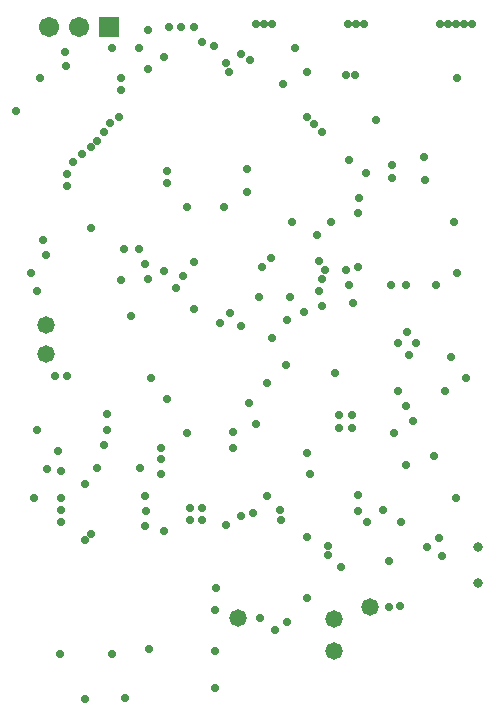
<source format=gbs>
G04*
G04 #@! TF.GenerationSoftware,Altium Limited,Altium Designer,18.1.9 (240)*
G04*
G04 Layer_Color=16711935*
%FSLAX25Y25*%
%MOIN*%
G70*
G01*
G75*
%ADD94C,0.03162*%
%ADD95R,0.06706X0.06706*%
%ADD96C,0.06706*%
%ADD97C,0.05800*%
%ADD98C,0.02769*%
D94*
X159000Y66500D02*
D03*
Y54689D02*
D03*
D95*
X36000Y240000D02*
D03*
D96*
X26000D02*
D03*
X16000D02*
D03*
D97*
X79000Y43000D02*
D03*
X123000Y46500D02*
D03*
X15000Y140500D02*
D03*
Y131000D02*
D03*
X111000Y42500D02*
D03*
Y32000D02*
D03*
D98*
X87688Y241000D02*
D03*
X155000Y123000D02*
D03*
X64331Y239750D02*
D03*
X152000Y223000D02*
D03*
X90357Y241000D02*
D03*
X85020D02*
D03*
X115731D02*
D03*
X118399D02*
D03*
X121068D02*
D03*
X157101D02*
D03*
X154432D02*
D03*
X146427D02*
D03*
X149095D02*
D03*
X151764D02*
D03*
X129500Y62000D02*
D03*
X133063Y47000D02*
D03*
X147031Y63547D02*
D03*
X146000Y69469D02*
D03*
X122000Y75000D02*
D03*
X43500Y143500D02*
D03*
X49000Y156000D02*
D03*
X40000Y155500D02*
D03*
X94000Y221000D02*
D03*
X98000Y233000D02*
D03*
X84000Y78000D02*
D03*
X50000Y123000D02*
D03*
X49000Y239000D02*
D03*
Y226000D02*
D03*
X22000Y187000D02*
D03*
X148000Y118500D02*
D03*
X67000Y235000D02*
D03*
X60532Y156968D02*
D03*
X58500Y153000D02*
D03*
X13000Y223000D02*
D03*
X54500Y230000D02*
D03*
X53500Y91000D02*
D03*
X18000Y123500D02*
D03*
X28000Y87500D02*
D03*
X79937Y140063D02*
D03*
X76500Y144500D02*
D03*
X82000Y185000D02*
D03*
X117166Y110666D02*
D03*
Y106335D02*
D03*
X119000Y78500D02*
D03*
X63032Y75531D02*
D03*
X19000Y98500D02*
D03*
X21969Y123468D02*
D03*
X88685Y83685D02*
D03*
X132468Y134531D02*
D03*
X107000Y205000D02*
D03*
X104500Y207500D02*
D03*
X102000Y210000D02*
D03*
X35500Y111000D02*
D03*
X46500Y93000D02*
D03*
X35484Y105516D02*
D03*
X34500Y100500D02*
D03*
X88685Y121185D02*
D03*
X49500Y32500D02*
D03*
X86500Y43000D02*
D03*
X91500Y39000D02*
D03*
X64500Y161500D02*
D03*
X37000Y31000D02*
D03*
X19654Y30846D02*
D03*
X141000Y196500D02*
D03*
X141500Y189000D02*
D03*
X102000Y49500D02*
D03*
X113500Y60000D02*
D03*
X144500Y97000D02*
D03*
X127500Y79000D02*
D03*
X129500Y46500D02*
D03*
X74500Y180000D02*
D03*
X62000D02*
D03*
X30000Y173000D02*
D03*
X82000Y192500D02*
D03*
X119000Y178000D02*
D03*
X48000Y83500D02*
D03*
Y73500D02*
D03*
X54500Y72000D02*
D03*
X93500Y75500D02*
D03*
X142000Y66500D02*
D03*
X133429Y74965D02*
D03*
X151740Y82740D02*
D03*
X119000Y84000D02*
D03*
X77500Y105000D02*
D03*
X20000Y75000D02*
D03*
Y79000D02*
D03*
X48500Y78484D02*
D03*
X90437Y136063D02*
D03*
X132437Y118563D02*
D03*
X134937Y113563D02*
D03*
X137437Y108563D02*
D03*
X71500Y19500D02*
D03*
Y45500D02*
D03*
Y32000D02*
D03*
X130500Y189500D02*
D03*
Y194000D02*
D03*
X119500Y183000D02*
D03*
X121731Y191315D02*
D03*
X119000Y160000D02*
D03*
X55500Y116000D02*
D03*
X64331Y146000D02*
D03*
X95273Y142273D02*
D03*
X86000Y150000D02*
D03*
X96500D02*
D03*
X54500Y158500D02*
D03*
X100921Y144879D02*
D03*
X135000Y94000D02*
D03*
X131032Y104469D02*
D03*
X85000Y107500D02*
D03*
X82595Y114469D02*
D03*
X117469Y148031D02*
D03*
X56032Y239968D02*
D03*
X28000Y16000D02*
D03*
X55500Y192000D02*
D03*
Y188000D02*
D03*
X93000Y79000D02*
D03*
X80000Y76872D02*
D03*
X62000Y104500D02*
D03*
X32000Y92833D02*
D03*
X138469Y134531D02*
D03*
X116000Y195500D02*
D03*
X75000Y228000D02*
D03*
X71000Y233500D02*
D03*
X77500Y99500D02*
D03*
X41307Y16193D02*
D03*
X125000Y209000D02*
D03*
X12000Y105500D02*
D03*
X72900Y141200D02*
D03*
X135468Y138300D02*
D03*
X135900Y130600D02*
D03*
X59900Y240000D02*
D03*
X21300Y231400D02*
D03*
X21600Y227000D02*
D03*
X111469Y124531D02*
D03*
X112835Y110666D02*
D03*
Y106335D02*
D03*
X94937Y127063D02*
D03*
X66969Y79468D02*
D03*
X63032D02*
D03*
X66969Y75531D02*
D03*
X53500Y99500D02*
D03*
Y96000D02*
D03*
X20000Y83000D02*
D03*
Y92000D02*
D03*
X15500Y92500D02*
D03*
X75000Y74000D02*
D03*
X11000Y83000D02*
D03*
X28000Y69000D02*
D03*
X29887Y70887D02*
D03*
X95500Y41500D02*
D03*
X102000Y70000D02*
D03*
X109000Y67000D02*
D03*
Y64000D02*
D03*
X102000Y98000D02*
D03*
X103000Y91000D02*
D03*
X135000Y154000D02*
D03*
X130000D02*
D03*
X145000D02*
D03*
X106000Y151781D02*
D03*
X107000Y156000D02*
D03*
Y147000D02*
D03*
X87000Y160000D02*
D03*
X151000Y175000D02*
D03*
X48000Y161000D02*
D03*
X46000Y166000D02*
D03*
X90000Y163000D02*
D03*
X41000Y166000D02*
D03*
X150000Y130000D02*
D03*
X115000Y159000D02*
D03*
X97000Y175000D02*
D03*
X110000D02*
D03*
X105500Y170500D02*
D03*
X106000Y161969D02*
D03*
X108000Y159000D02*
D03*
X116000Y154000D02*
D03*
X152000Y158000D02*
D03*
X102000Y225000D02*
D03*
X118000Y224000D02*
D03*
X115000D02*
D03*
X80000Y231000D02*
D03*
X82968Y228916D02*
D03*
X76000Y225000D02*
D03*
X46000Y233000D02*
D03*
X37000D02*
D03*
X39916Y219000D02*
D03*
Y223000D02*
D03*
X39500Y210000D02*
D03*
X36500Y208000D02*
D03*
X34500Y205000D02*
D03*
X32000Y202000D02*
D03*
X30000Y199831D02*
D03*
X27000Y197500D02*
D03*
X24000Y195000D02*
D03*
X22000Y191000D02*
D03*
X12000Y152000D02*
D03*
X10000Y158000D02*
D03*
X15000Y164000D02*
D03*
X14000Y169000D02*
D03*
X71812Y52977D02*
D03*
X5000Y211829D02*
D03*
M02*

</source>
